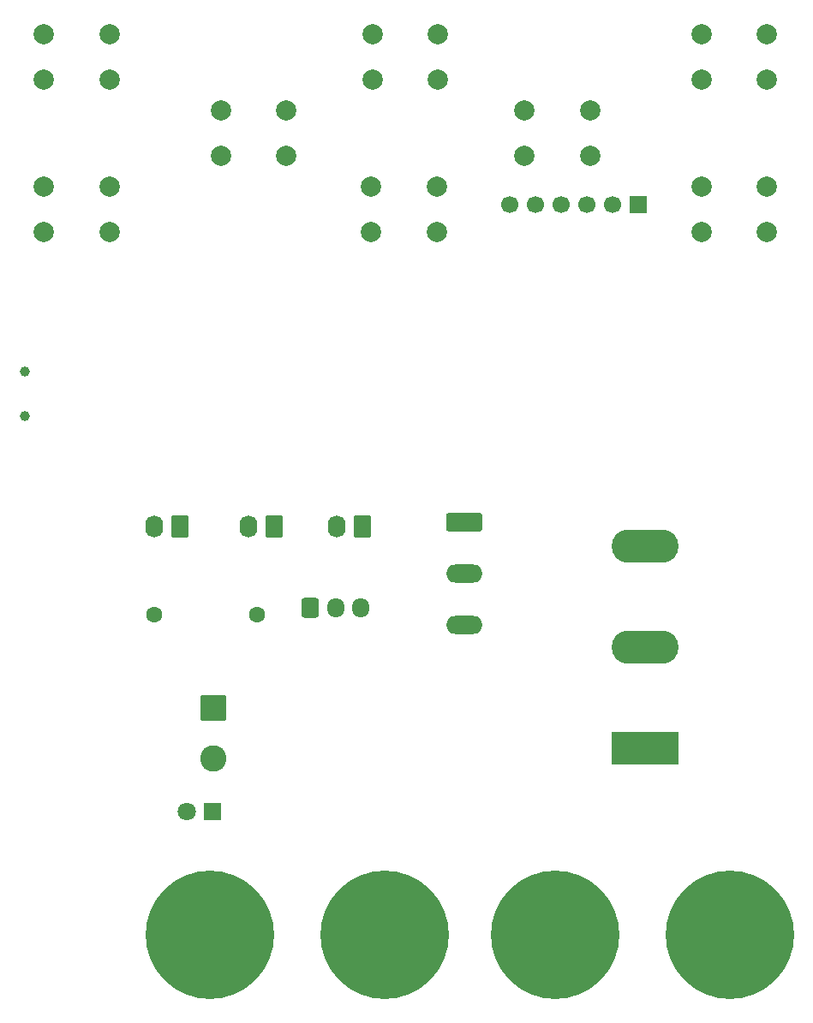
<source format=gbr>
%TF.GenerationSoftware,KiCad,Pcbnew,9.0.3*%
%TF.CreationDate,2025-08-30T18:08:08-03:00*%
%TF.ProjectId,PCB_Integradora,5043425f-496e-4746-9567-7261646f7261,rev?*%
%TF.SameCoordinates,Original*%
%TF.FileFunction,Soldermask,Bot*%
%TF.FilePolarity,Negative*%
%FSLAX46Y46*%
G04 Gerber Fmt 4.6, Leading zero omitted, Abs format (unit mm)*
G04 Created by KiCad (PCBNEW 9.0.3) date 2025-08-30 18:08:08*
%MOMM*%
%LPD*%
G01*
G04 APERTURE LIST*
G04 Aperture macros list*
%AMRoundRect*
0 Rectangle with rounded corners*
0 $1 Rounding radius*
0 $2 $3 $4 $5 $6 $7 $8 $9 X,Y pos of 4 corners*
0 Add a 4 corners polygon primitive as box body*
4,1,4,$2,$3,$4,$5,$6,$7,$8,$9,$2,$3,0*
0 Add four circle primitives for the rounded corners*
1,1,$1+$1,$2,$3*
1,1,$1+$1,$4,$5*
1,1,$1+$1,$6,$7*
1,1,$1+$1,$8,$9*
0 Add four rect primitives between the rounded corners*
20,1,$1+$1,$2,$3,$4,$5,0*
20,1,$1+$1,$4,$5,$6,$7,0*
20,1,$1+$1,$6,$7,$8,$9,0*
20,1,$1+$1,$8,$9,$2,$3,0*%
G04 Aperture macros list end*
%ADD10C,2.000000*%
%ADD11RoundRect,0.250000X-0.600000X-0.725000X0.600000X-0.725000X0.600000X0.725000X-0.600000X0.725000X0*%
%ADD12O,1.700000X1.950000*%
%ADD13RoundRect,0.250000X0.620000X0.845000X-0.620000X0.845000X-0.620000X-0.845000X0.620000X-0.845000X0*%
%ADD14O,1.740000X2.190000*%
%ADD15C,1.000000*%
%ADD16R,1.700000X1.700000*%
%ADD17C,1.700000*%
%ADD18C,12.700000*%
%ADD19RoundRect,0.250000X-1.550000X0.650000X-1.550000X-0.650000X1.550000X-0.650000X1.550000X0.650000X0*%
%ADD20O,3.600000X1.800000*%
%ADD21R,6.600000X3.300000*%
%ADD22O,6.600000X3.300000*%
%ADD23C,1.600000*%
%ADD24RoundRect,0.250000X-1.050000X1.050000X-1.050000X-1.050000X1.050000X-1.050000X1.050000X1.050000X0*%
%ADD25C,2.600000*%
%ADD26R,1.800000X1.800000*%
%ADD27C,1.800000*%
G04 APERTURE END LIST*
D10*
%TO.C,SW6*%
X142300000Y-35800000D03*
X148800000Y-35800000D03*
X142300000Y-40300000D03*
X148800000Y-40300000D03*
%TD*%
D11*
%TO.C,Micro_Pwr1*%
X103635800Y-92532200D03*
D12*
X106135800Y-92532200D03*
X108635800Y-92532200D03*
%TD*%
D10*
%TO.C,SW4*%
X124814400Y-43318400D03*
X131314400Y-43318400D03*
X124814400Y-47818400D03*
X131314400Y-47818400D03*
%TD*%
D13*
%TO.C,Inv_Pwr1*%
X90788000Y-84455000D03*
D14*
X88248000Y-84455000D03*
%TD*%
D15*
%TO.C,J2*%
X75400000Y-69100000D03*
X75400000Y-73500000D03*
%TD*%
D16*
%TO.C,J1*%
X136040000Y-52578800D03*
D17*
X133500000Y-52578800D03*
X130960000Y-52578800D03*
X128420000Y-52578800D03*
X125880000Y-52578800D03*
X123340000Y-52578800D03*
%TD*%
D18*
%TO.C,Pw_In-1*%
X127850000Y-124802000D03*
X145122000Y-124802000D03*
%TD*%
D19*
%TO.C,Motor_Out1*%
X118833000Y-84035000D03*
D20*
X118833000Y-89115000D03*
X118833000Y-94195000D03*
%TD*%
D21*
%TO.C,Motor_Pwr1*%
X136779000Y-106393000D03*
D22*
X136779000Y-96393000D03*
X136779000Y-86393000D03*
%TD*%
D23*
%TO.C,R5*%
X98386000Y-93179000D03*
X88226000Y-93179000D03*
%TD*%
D13*
%TO.C,Cnv_Pwr1*%
X100037000Y-84416000D03*
D14*
X97497000Y-84416000D03*
%TD*%
D13*
%TO.C,Cooler1*%
X108800000Y-84455000D03*
D14*
X106260000Y-84455000D03*
%TD*%
D24*
%TO.C,12V_Pwr1*%
X94061500Y-102402000D03*
D25*
X94061500Y-107402000D03*
%TD*%
D10*
%TO.C,SW8*%
X142300000Y-50851600D03*
X148800000Y-50851600D03*
X142300000Y-55351600D03*
X148800000Y-55351600D03*
%TD*%
%TO.C,SW3*%
X101300000Y-47818400D03*
X94800000Y-47818400D03*
X101300000Y-43318400D03*
X94800000Y-43318400D03*
%TD*%
D18*
%TO.C,Pw_In+1*%
X93687000Y-124802000D03*
X110959000Y-124802000D03*
%TD*%
D10*
%TO.C,SW7*%
X77300000Y-50851600D03*
X83800000Y-50851600D03*
X77300000Y-55351600D03*
X83800000Y-55351600D03*
%TD*%
%TO.C,SW2*%
X116277600Y-40300000D03*
X109777600Y-40300000D03*
X116277600Y-35800000D03*
X109777600Y-35800000D03*
%TD*%
%TO.C,SW1*%
X83800000Y-40300000D03*
X77300000Y-40300000D03*
X83800000Y-35800000D03*
X77300000Y-35800000D03*
%TD*%
D26*
%TO.C,D3*%
X93980000Y-112649000D03*
D27*
X91440000Y-112649000D03*
%TD*%
D10*
%TO.C,SW5*%
X109676000Y-50836800D03*
X116176000Y-50836800D03*
X109676000Y-55336800D03*
X116176000Y-55336800D03*
%TD*%
M02*

</source>
